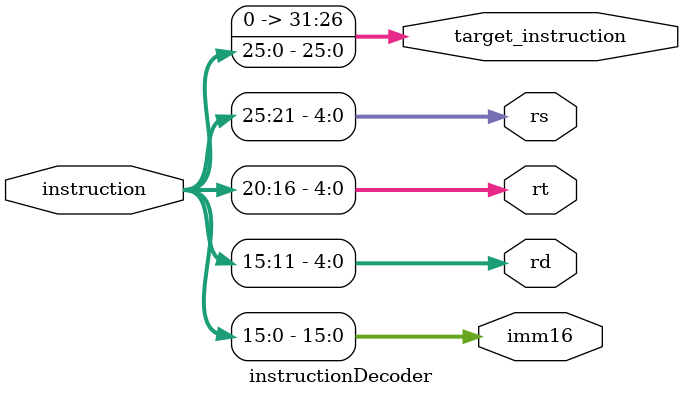
<source format=v>
module instructionDecoder
(
  output [15:0] imm16,
  output [4:0] rd,
  output [4:0] rt,
  output [4:0] rs,
  output [31:0] target_instruction,
  input [31:0] instruction
);

assign imm16 = instruction[15:0];

assign rd = instruction[15:11];

assign rt = instruction[20:16];

assign rs = instruction[25:21];

assign target_instruction = instruction[25:0];


endmodule

</source>
